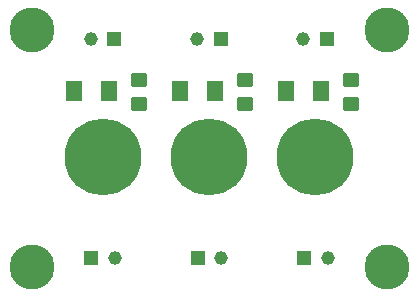
<source format=gbr>
%TF.GenerationSoftware,KiCad,Pcbnew,(6.0.4)*%
%TF.CreationDate,2023-03-31T12:06:15-04:00*%
%TF.ProjectId,switches,73776974-6368-4657-932e-6b696361645f,rev?*%
%TF.SameCoordinates,Original*%
%TF.FileFunction,Soldermask,Top*%
%TF.FilePolarity,Negative*%
%FSLAX46Y46*%
G04 Gerber Fmt 4.6, Leading zero omitted, Abs format (unit mm)*
G04 Created by KiCad (PCBNEW (6.0.4)) date 2023-03-31 12:06:15*
%MOMM*%
%LPD*%
G01*
G04 APERTURE LIST*
G04 Aperture macros list*
%AMRoundRect*
0 Rectangle with rounded corners*
0 $1 Rounding radius*
0 $2 $3 $4 $5 $6 $7 $8 $9 X,Y pos of 4 corners*
0 Add a 4 corners polygon primitive as box body*
4,1,4,$2,$3,$4,$5,$6,$7,$8,$9,$2,$3,0*
0 Add four circle primitives for the rounded corners*
1,1,$1+$1,$2,$3*
1,1,$1+$1,$4,$5*
1,1,$1+$1,$6,$7*
1,1,$1+$1,$8,$9*
0 Add four rect primitives between the rounded corners*
20,1,$1+$1,$2,$3,$4,$5,0*
20,1,$1+$1,$4,$5,$6,$7,0*
20,1,$1+$1,$6,$7,$8,$9,0*
20,1,$1+$1,$8,$9,$2,$3,0*%
G04 Aperture macros list end*
%ADD10C,3.800000*%
%ADD11RoundRect,0.250000X-0.450000X0.350000X-0.450000X-0.350000X0.450000X-0.350000X0.450000X0.350000X0*%
%ADD12C,6.500000*%
%ADD13C,1.150000*%
%ADD14R,1.150000X1.150000*%
%ADD15RoundRect,0.250001X-0.462499X-0.624999X0.462499X-0.624999X0.462499X0.624999X-0.462499X0.624999X0*%
G04 APERTURE END LIST*
D10*
%TO.C,REF\u002A\u002A*%
X150534000Y-56325000D03*
%TD*%
D11*
%TO.C,R1*%
X159534000Y-60625000D03*
X159534000Y-62625000D03*
%TD*%
D12*
%TO.C,SW3*%
X174500000Y-67125000D03*
%TD*%
%TO.C,SW2*%
X165500000Y-67125000D03*
%TD*%
D10*
%TO.C,REF\u002A\u002A*%
X150534000Y-76375000D03*
%TD*%
D11*
%TO.C,R3*%
X177534000Y-60625000D03*
X177534000Y-62625000D03*
%TD*%
D13*
%TO.C,J6*%
X173459000Y-57100000D03*
D14*
X175466000Y-57100000D03*
%TD*%
%TO.C,J5*%
X173534000Y-75650000D03*
D13*
X175541000Y-75650000D03*
%TD*%
D14*
%TO.C,J4*%
X166466000Y-57100000D03*
D13*
X164459000Y-57100000D03*
%TD*%
D10*
%TO.C,REF\u002A\u002A*%
X180534000Y-56375000D03*
%TD*%
D15*
%TO.C,D1*%
X154012500Y-61500000D03*
X156987500Y-61500000D03*
%TD*%
D12*
%TO.C,SW1*%
X156500000Y-67125000D03*
%TD*%
D14*
%TO.C,J3*%
X164534000Y-75650000D03*
D13*
X166541000Y-75650000D03*
%TD*%
D11*
%TO.C,R2*%
X168534000Y-60625000D03*
X168534000Y-62625000D03*
%TD*%
D14*
%TO.C,J2*%
X157466000Y-57100000D03*
D13*
X155459000Y-57100000D03*
%TD*%
D15*
%TO.C,D3*%
X172012500Y-61500000D03*
X174987500Y-61500000D03*
%TD*%
%TO.C,D2*%
X163012500Y-61500000D03*
X165987500Y-61500000D03*
%TD*%
D10*
%TO.C,REF\u002A\u002A*%
X180534000Y-76375000D03*
%TD*%
D13*
%TO.C,J1*%
X157541000Y-75650000D03*
D14*
X155534000Y-75650000D03*
%TD*%
M02*

</source>
